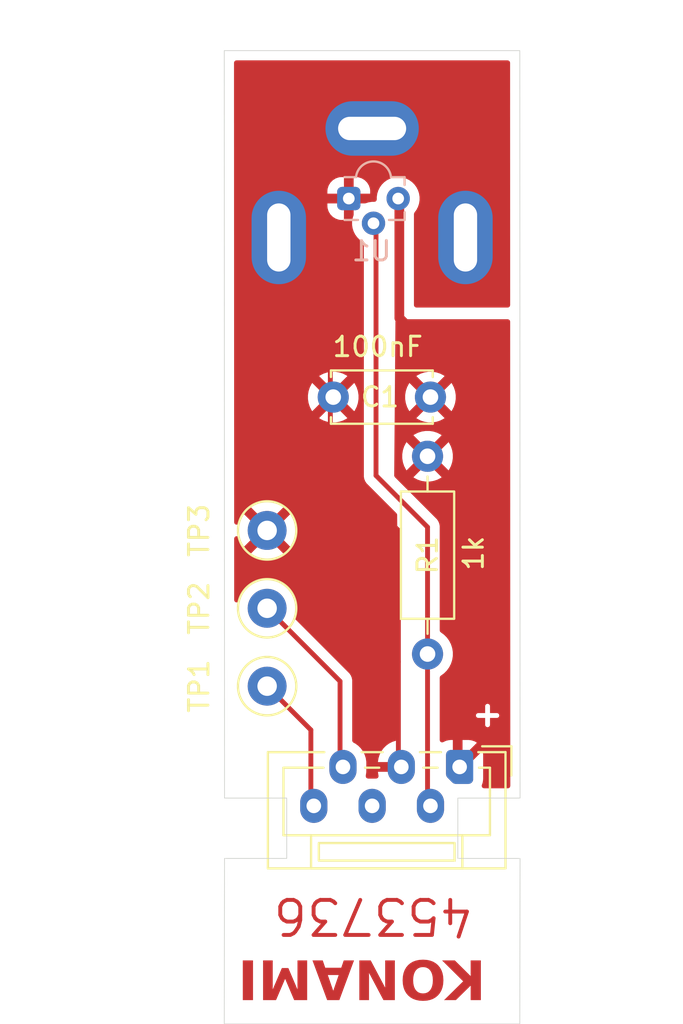
<source format=kicad_pcb>
(kicad_pcb (version 20241229) (generator "pcbnew") (generator_version "9.0")
  (layers (0 "F.Cu" signal) (4 "In1.Cu" signal) (6 "In2.Cu" signal) (2 "B.Cu" signal) (13 "F.Paste" user) (15 "B.Paste" user) (5 "F.SilkS" user "F.Silkscreen") (7 "B.SilkS" user "B.Silkscreen") (1 "F.Mask" user) (3 "B.Mask" user) (25 "Edge.Cuts" user))
  (net 0 "")
  (net 1 "GND")
  (net 2 "+5V")
  (net 4 "Net-(U1-OUT)")
  (net 5 "Net-(J1-Pad6)")
  (net 6 "Net-(J1-Pad5)")
  (footprint "" (layer "F.Cu") (at 147.4 80.6 90)
    (property "Reference" "" (at 0 0 90) (layer "F.SilkS") (effects (font (size 1.27 1.27))))
    (property "Value" "")
    (pad "1" thru_hole oval (at 0 0 90) (size 2.8 4.8) (drill oval 1.2 3.5) (layers "*.Cu" "*.Mask") (net 1 "GND"))
  )
  (footprint "" (layer "F.Cu") (at 152.2 86.2)
    (property "Reference" "" (at 0 0 0) (layer "F.SilkS") (effects (font (size 1.27 1.27))))
    (property "Value" "")
    (pad "1" thru_hole oval (at 0 0) (size 2.8 4.8) (drill oval 1.2 3.5) (layers "*.Cu" "*.Mask") (net 1 "GND"))
  )
  (footprint "TestPoint:TestPoint_Loop_D1.80mm_Drill1.0mm_Beaded" (layer "F.Cu") (at 142 109.25 -90)
    (property "Reference" "TP1" (at 0 3.5 90) (layer "F.SilkS"))
    (property "Value" "TestPoint")
    (fp_circle (center 0 0) (end 1.5 0) (stroke (width 0.12)) (fill no) (layer "F.SilkS"))
    (pad "1" thru_hole circle (at 0 0 270) (size 2 2) (drill 1) (layers "*.Cu" "*.Mask") (net 5 "Net-(J1-Pad6)"))
  )
  (footprint "MountingHole:MountingHole_2.2mm_M2_DIN965_Pad" (layer "F.Cu") (at 142.6 86.2)
    (property "Reference" "REF**" (hide yes))
    (property "Value" "MountingHole_2.2mm_M2_DIN965_Pad")
    (pad "1" thru_hole oval (at 0 0) (size 2.8 4.8) (drill oval 1.2 3.5) (layers "*.Cu" "*.Mask") (net 1 "GND"))
  )
  (footprint "Resistor_THT:R_Axial_DIN0207_L6.3mm_D2.5mm_P10.16mm_Horizontal" (layer "F.Cu") (at 150.25 107.6 90)
    (property "Reference" "R1" (at 5.08 0 90) (layer "F.SilkS"))
    (property "Value" "1k")
    (fp_line (start 9.12 0) (end 8.35 0) (stroke (width 0.12)) (layer "F.SilkS"))
    (fp_line (start 1.04 0) (end 1.81 0) (stroke (width 0.12)) (layer "F.SilkS"))
    (fp_rect (start 1.81 -1.37) (end 8.35 1.37) (stroke (width 0.12)) (fill no) (layer "F.SilkS"))
    (pad "1" thru_hole circle (at 0 0 90) (size 1.6 1.6) (drill 0.8) (layers "*.Cu" "*.Mask") (net 4 "Net-(U1-OUT)"))
    (pad "2" thru_hole circle (at 10.16 0 90) (size 1.6 1.6) (drill 0.8) (layers "*.Cu" "*.Mask") (net 2 "+5V"))
  )
  (footprint "Connector_JST:JST_ZE_B06B-ZESK-D_1x06_P1.50mm_Vertical" (layer "F.Cu") (at 151.9 113.4 180)
    (property "Reference" "J1" (hide yes))
    (property "Value" "RJ12")
    (fp_line (start 9.86 0.76) (end 6.96 0.76) (stroke (width 0.12)) (layer "F.SilkS"))
    (fp_line (start 9.86 -5.21) (end 9.86 0.76) (stroke (width 0.12)) (layer "F.SilkS"))
    (fp_line (start 9.06 -0.04) (end 7 -0.04) (stroke (width 0.12)) (layer "F.SilkS"))
    (fp_line (start 9.06 -3.51) (end 9.06 -0.04) (stroke (width 0.12)) (layer "F.SilkS"))
    (fp_line (start 7.64 -3.51) (end 9.06 -3.51) (stroke (width 0.12)) (layer "F.SilkS"))
    (fp_line (start 4.135 -0.04) (end 4.865 -0.04) (stroke (width 0.12)) (layer "F.SilkS"))
    (fp_line (start 3.96 0.76) (end 5.04 0.76) (stroke (width 0.12)) (layer "F.SilkS"))
    (fp_line (start 1.135 -0.04) (end 1.865 -0.04) (stroke (width 0.12)) (layer "F.SilkS"))
    (fp_line (start 0.96 0.76) (end 2.04 0.76) (stroke (width 0.12)) (layer "F.SilkS"))
    (fp_line (start -0.14 -3.51) (end -1.56 -3.51) (stroke (width 0.12)) (layer "F.SilkS"))
    (fp_line (start -0.96 0.76) (end -2.36 0.76) (stroke (width 0.12)) (layer "F.SilkS"))
    (fp_line (start -1.56 -0.04) (end -1 -0.04) (stroke (width 0.12)) (layer "F.SilkS"))
    (fp_line (start -1.56 -3.51) (end -1.56 -0.04) (stroke (width 0.12)) (layer "F.SilkS"))
    (fp_line (start -2.36 0.76) (end -2.36 -5.21) (stroke (width 0.12)) (layer "F.SilkS"))
    (fp_line (start -2.36 -5.21) (end 9.86 -5.21) (stroke (width 0.12)) (layer "F.SilkS"))
    (fp_line (start -2.66 1.06) (end -1.16 1.06) (stroke (width 0.12)) (layer "F.SilkS"))
    (fp_line (start -2.66 -0.44) (end -2.66 1.06) (stroke (width 0.12)) (layer "F.SilkS"))
    (fp_rect (start 0.26 -4.81) (end 7.24 -3.91) (stroke (width 0.12)) (fill no) (layer "F.SilkS"))
    (fp_rect (start -0.14 -5.21) (end 7.64 -3.51) (stroke (width 0.12)) (fill no) (layer "F.SilkS"))
    (pad "1" thru_hole custom (at 0 0 180) (size 1.117157 1.117157) (drill 0.75) (layers "*.Cu" "*.Mask") (net 2 "+5V") (options (clearance outline) (anchor circle)) (primitives (gr_poly (pts (xy -0.45 -0.625) (xy 0.196447 -0.625) (xy 0.45 -0.371447) (xy 0.45 0.625) (xy -0.45 0.625)) (width 0.5) (fill yes))))
    (pad "2" thru_hole oval (at 1.5 -2 180) (size 1.4 1.75) (drill 0.75) (layers "*.Cu" "*.Mask") (net 4 "Net-(U1-OUT)"))
    (pad "3" thru_hole oval (at 3 0 180) (size 1.4 1.75) (drill 0.75) (layers "*.Cu" "*.Mask") (net 1 "GND"))
    (pad "4" thru_hole oval (at 4.5 -2 180) (size 1.4 1.75) (drill 0.75) (layers "*.Cu" "*.Mask"))
    (pad "5" thru_hole oval (at 6 0 180) (size 1.4 1.75) (drill 0.75) (layers "*.Cu" "*.Mask") (net 6 "Net-(J1-Pad5)"))
    (pad "6" thru_hole oval (at 7.5 -2 180) (size 1.4 1.75) (drill 0.75) (layers "*.Cu" "*.Mask") (net 5 "Net-(J1-Pad6)"))
  )
  (footprint "TestPoint:TestPoint_Loop_D1.80mm_Drill1.0mm_Beaded" (layer "F.Cu") (at 142 101.25 -90)
    (property "Reference" "TP3" (at 0 3.5 90) (layer "F.SilkS"))
    (property "Value" "TestPoint")
    (fp_circle (center 0 0) (end 1.5 0) (stroke (width 0.12)) (fill no) (layer "F.SilkS"))
    (pad "1" thru_hole circle (at 0 0 270) (size 2 2) (drill 1) (layers "*.Cu" "*.Mask") (net 1 "GND"))
  )
  (footprint "Capacitor_THT:C_Disc_D5.0mm_W2.5mm_P5.00mm" (layer "F.Cu") (at 150.4 94.4 180)
    (property "Reference" "C1" (at 2.6 0 0) (layer "F.SilkS"))
    (property "Value" "100nF")
    (fp_line (start 5.12 1.37) (end -0.12 1.37) (stroke (width 0.12)) (layer "F.SilkS"))
    (fp_line (start 5.12 1.033) (end 5.12 1.37) (stroke (width 0.12)) (layer "F.SilkS"))
    (fp_line (start 5.12 -1.37) (end 5.12 -1.033) (stroke (width 0.12)) (layer "F.SilkS"))
    (fp_line (start -0.12 1.37) (end -0.12 1.033) (stroke (width 0.12)) (layer "F.SilkS"))
    (fp_line (start -0.12 -1.033) (end -0.12 -1.37) (stroke (width 0.12)) (layer "F.SilkS"))
    (fp_line (start -0.12 -1.37) (end 5.12 -1.37) (stroke (width 0.12)) (layer "F.SilkS"))
    (pad "1" thru_hole circle (at 0 0 180) (size 1.6 1.6) (drill 0.8) (layers "*.Cu" "*.Mask") (net 2 "+5V"))
    (pad "2" thru_hole circle (at 5 0 180) (size 1.6 1.6) (drill 0.8) (layers "*.Cu" "*.Mask") (net 1 "GND"))
  )
  (footprint "TestPoint:TestPoint_Loop_D1.80mm_Drill1.0mm_Beaded" (layer "F.Cu") (at 142 105.25 -90)
    (property "Reference" "TP2" (at 0 3.5 90) (layer "F.SilkS"))
    (property "Value" "TestPoint")
    (fp_circle (center 0 0) (end 1.5 0) (stroke (width 0.12)) (fill no) (layer "F.SilkS"))
    (pad "1" thru_hole circle (at 0 0 270) (size 2 2) (drill 1) (layers "*.Cu" "*.Mask") (net 6 "Net-(J1-Pad5)"))
  )
  (footprint "OptoDevice:Sharp_IS485" (layer "B.Cu") (at 146.2 84.2)
    (property "Reference" "U1" (at 1.17 2.7 0) (layer "B.SilkS") (effects (justify mirror)))
    (property "Value" "IS485")
    (fp_line (start -0.22 -1.1) (end 0.37 -1.1) (stroke (width 0.12)) (layer "B.SilkS"))
    (fp_line (start 0.47 1.1) (end -0.22 1.1) (stroke (width 0.12)) (layer "B.SilkS"))
    (fp_line (start 2.07 1.1) (end 2.87 1.1) (stroke (width 0.12)) (layer "B.SilkS"))
    (fp_line (start 2.17 -1.1) (end 2.87 -1.1) (stroke (width 0.12)) (layer "B.SilkS"))
    (fp_line (start 2.87 -1.1) (end 2.87 -0.7) (stroke (width 0.12)) (layer "B.SilkS"))
    (fp_line (start 2.87 0.7) (end 2.87 1.1) (stroke (width 0.12)) (layer "B.SilkS"))
    (fp_arc (start 0.374785 -1.136345) (mid 1.288329 -1.905353) (end 2.17 -1.1) (stroke (width 0.12)) (layer "B.SilkS"))
    (pad "1" thru_hole roundrect (at 0 0) (size 1.2 1.2) (drill 0.6) (layers "*.Cu" "*.Mask") (roundrect_rratio 0.208) (net 1 "GND"))
    (pad "2" thru_hole circle (at 1.27 1.27) (size 1.2 1.2) (drill 0.6) (layers "*.Cu" "*.Mask") (net 4 "Net-(U1-OUT)"))
    (pad "3" thru_hole circle (at 2.54 0) (size 1.2 1.2) (drill 0.6) (layers "*.Cu" "*.Mask") (net 2 "+5V"))
  )
  (gr_poly (pts (xy 139.795771 76.6) (xy 154.995771 76.6) (xy 155.008709 114.999984) (xy 151.808271 115) (xy 151.808271 118.1) (xy 155.008271 118.1) (xy 154.995771 126.6) (xy 139.795771 126.6) (xy 139.808271 118.1) (xy 143.008271 118.1) (xy 143.008271 115) (xy 139.808271 115)) (stroke (width 0.0381)) (fill no) (layer "Edge.Cuts"))
  (gr_text "KONAMI" (at 153.25 123 180) (layer "F.Cu") (effects (font (size 2 2) (thickness 0.25) (bold yes) (italic yes)) (justify left bottom)))
  (gr_text "+" (at 152.4 111.4 0) (layer "F.Cu" knockout) (effects (font (size 1.25 1.25) (thickness 0.25) (bold yes)) (justify left bottom)))
  (gr_text "453736" (at 152.75 120 180) (layer "F.Cu") (effects (font (size 1.8 1.8) (thickness 0.2)) (justify left bottom)))
  (gr_text "1k" (at 153.2 103.4 90) (layer "F.SilkS") (effects (font (size 1 1) (thickness 0.1524) (bold yes)) (justify left bottom)))
  (gr_text "100nF" (at 145.28 92.4 0) (layer "F.SilkS") (effects (font (size 1 1) (thickness 0.1524) (bold yes)) (justify left bottom)))
  (segment (start 146.2 86.8) (end 146.2 84.2) (width 0.25) (layer "F.Cu") (net 1))
  (segment (start 148.75 101.25) (end 145.25 97.75) (width 0.25) (layer "F.Cu") (net 1))
  (segment (start 148.75 113) (end 148.75 108) (width 0.25) (layer "F.Cu") (net 1))
  (segment (start 148.75 108) (end 148.75 101.25) (width 0.25) (layer "F.Cu") (net 1))
  (segment (start 145.25 87.75) (end 146.2 86.8) (width 0.25) (layer "F.Cu") (net 1))
  (segment (start 145.25 97.75) (end 145.25 87.75) (width 0.25) (layer "F.Cu") (net 1))
  (segment (start 142 101.5) (end 142 101.25) (width 0.25) (layer "F.Cu") (net 1))
  (segment (start 142 101.25) (end 148.75 108) (width 0.25) (layer "F.Cu") (net 1))
  (segment (start 151.75 113) (end 151.8 112.95) (width 0.5) (layer "F.Cu") (net 2))
  (segment (start 153 94.535) (end 148.8 90.335) (width 0.5) (layer "F.Cu") (net 2))
  (segment (start 151.8 112.95) (end 151.8 109.8) (width 0.5) (layer "F.Cu") (net 2))
  (segment (start 153 108.6) (end 153 94.535) (width 0.5) (layer "F.Cu") (net 2))
  (segment (start 148.8 90.335) (end 148.8 84.26) (width 0.5) (layer "F.Cu") (net 2))
  (segment (start 151.8 109.8) (end 153 108.6) (width 0.5) (layer "F.Cu") (net 2))
  (segment (start 148.8 84.26) (end 148.74 84.2) (width 0.5) (layer "F.Cu") (net 2))
  (segment (start 147.47 85.47) (end 147.814 85.126) (width 0.25) (layer "F.Cu") (net 4))
  (segment (start 147.6 85.6) (end 147.47 85.47) (width 0.25) (layer "F.Cu") (net 4))
  (segment (start 147.6 98.43) (end 147.6 85.6) (width 0.25) (layer "F.Cu") (net 4))
  (segment (start 150.25 115) (end 150.25 101.08) (width 0.25) (layer "F.Cu") (net 4))
  (segment (start 150.25 101.08) (end 147.6 98.43) (width 0.25) (layer "F.Cu") (net 4))
  (segment (start 142 109.25) (end 144.25 111.5) (width 0.25) (layer "F.Cu") (net 5))
  (segment (start 144.25 111.5) (end 144.25 115) (width 0.25) (layer "F.Cu") (net 5))
  (segment (start 145.75 109) (end 142 105.25) (width 0.25) (layer "F.Cu") (net 6))
  (segment (start 145.75 113) (end 145.75 109) (width 0.25) (layer "F.Cu") (net 6))
  (zone (net 1) (net_name "GND") (layer "F.Cu") (connect_pads (clearance 0.5)) (min_thickness 0.25) (fill yes (thermal_gap 0.5) (thermal_bridge_width 0.5))
    (polygon (pts (xy 135.5 74) (xy 136 114) (xy 148.8 114) (xy 148.6 89.8) (xy 155.8 89.8) (xy 156 74)))
  )
  (zone (net 2) (net_name "+5V") (layer "F.Cu") (priority 1) (connect_pads (clearance 0.5)) (min_thickness 0.25) (fill yes (thermal_gap 0.5) (thermal_bridge_width 0.5))
    (polygon (pts (xy 162.8 90.4) (xy 148.6 90.4) (xy 148.4 115.2) (xy 163.4 115.225)))
  )
)
</source>
